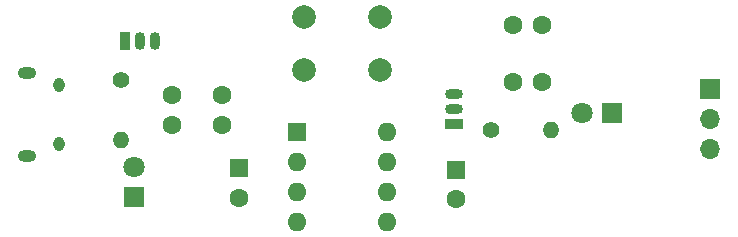
<source format=gbs>
G04 #@! TF.FileFunction,Soldermask,Bot*
%FSLAX46Y46*%
G04 Gerber Fmt 4.6, Leading zero omitted, Abs format (unit mm)*
G04 Created by KiCad (PCBNEW 4.0.7) date Thursday, December 14, 2017 'PMt' 09:42:57 PM*
%MOMM*%
%LPD*%
G01*
G04 APERTURE LIST*
%ADD10C,0.100000*%
%ADD11C,1.600000*%
%ADD12O,0.950000X1.250000*%
%ADD13O,1.550000X1.000000*%
%ADD14C,2.000000*%
%ADD15O,0.900000X1.500000*%
%ADD16R,0.900000X1.500000*%
%ADD17R,1.600000X1.600000*%
%ADD18O,1.600000X1.600000*%
%ADD19O,1.500000X0.900000*%
%ADD20R,1.500000X0.900000*%
%ADD21R,1.700000X1.700000*%
%ADD22O,1.700000X1.700000*%
%ADD23R,1.800000X1.800000*%
%ADD24C,1.800000*%
%ADD25C,1.400000*%
%ADD26O,1.400000X1.400000*%
G04 APERTURE END LIST*
D10*
D11*
X169202100Y-109080300D03*
X169202100Y-111580300D03*
X173393100Y-109080300D03*
X173393100Y-111580300D03*
X198056500Y-107950000D03*
X200556500Y-107950000D03*
X198043800Y-103111300D03*
X200543800Y-103111300D03*
D12*
X159592000Y-108244000D03*
X159592000Y-113244000D03*
D13*
X156892000Y-107244000D03*
X156892000Y-114244000D03*
D14*
X180340000Y-106989000D03*
X180340000Y-102489000D03*
X186840000Y-106989000D03*
X186840000Y-102489000D03*
D15*
X166446200Y-104495600D03*
X167716200Y-104495600D03*
D16*
X165176200Y-104495600D03*
D17*
X179781200Y-112191800D03*
D18*
X187401200Y-119811800D03*
X179781200Y-114731800D03*
X187401200Y-117271800D03*
X179781200Y-117271800D03*
X187401200Y-114731800D03*
X179781200Y-119811800D03*
X187401200Y-112191800D03*
D19*
X193052700Y-110236000D03*
X193052700Y-108966000D03*
D20*
X193052700Y-111506000D03*
D21*
X214782400Y-108546900D03*
D22*
X214782400Y-111086900D03*
X214782400Y-113626900D03*
D17*
X174904400Y-115277900D03*
D11*
X174904400Y-117777900D03*
D17*
X193230500Y-115379500D03*
D11*
X193230500Y-117879500D03*
D23*
X165963600Y-117678200D03*
D24*
X165963600Y-115138200D03*
D23*
X206425800Y-110591600D03*
D24*
X203885800Y-110591600D03*
D25*
X164846000Y-107823000D03*
D26*
X164846000Y-112903000D03*
D25*
X196202300Y-112014000D03*
D26*
X201282300Y-112014000D03*
M02*

</source>
